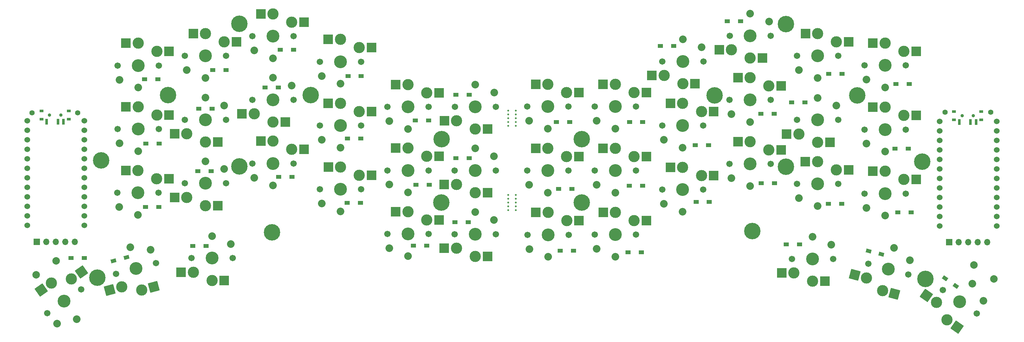
<source format=gbr>
%TF.GenerationSoftware,KiCad,Pcbnew,(6.0.5-0)*%
%TF.CreationDate,2023-01-31T11:57:15-08:00*%
%TF.ProjectId,Swept_3x6,53776570-745f-4337-9836-2e6b69636164,rev?*%
%TF.SameCoordinates,Original*%
%TF.FileFunction,Soldermask,Bot*%
%TF.FilePolarity,Negative*%
%FSLAX46Y46*%
G04 Gerber Fmt 4.6, Leading zero omitted, Abs format (unit mm)*
G04 Created by KiCad (PCBNEW (6.0.5-0)) date 2023-01-31 11:57:15*
%MOMM*%
%LPD*%
G01*
G04 APERTURE LIST*
G04 Aperture macros list*
%AMRotRect*
0 Rectangle, with rotation*
0 The origin of the aperture is its center*
0 $1 length*
0 $2 width*
0 $3 Rotation angle, in degrees counterclockwise*
0 Add horizontal line*
21,1,$1,$2,0,0,$3*%
G04 Aperture macros list end*
%ADD10C,4.400000*%
%ADD11C,1.524000*%
%ADD12C,1.701800*%
%ADD13C,3.000000*%
%ADD14C,3.429000*%
%ADD15C,2.032000*%
%ADD16R,2.600000X2.600000*%
%ADD17RotRect,2.600000X2.600000X165.000000*%
%ADD18C,0.500000*%
%ADD19C,2.000000*%
%ADD20RotRect,2.600000X2.600000X195.000000*%
%ADD21RotRect,2.600000X2.600000X145.000000*%
%ADD22C,1.397000*%
%ADD23RotRect,2.600000X2.600000X35.000000*%
%ADD24O,1.700000X1.700000*%
%ADD25R,1.700000X1.700000*%
%ADD26R,1.400000X1.000000*%
%ADD27R,1.000000X0.800000*%
%ADD28C,0.900000*%
%ADD29R,0.700000X1.500000*%
%ADD30RotRect,1.400000X1.000000X145.000000*%
%ADD31RotRect,1.400000X1.000000X165.000000*%
%ADD32RotRect,1.400000X1.000000X15.000000*%
G04 APERTURE END LIST*
D10*
%TO.C,*%
X166830000Y-54630000D03*
%TD*%
%TO.C,*%
X166820000Y-71570000D03*
%TD*%
%TO.C,*%
X129320000Y-71540000D03*
%TD*%
%TO.C,*%
X129350000Y-54610000D03*
%TD*%
D11*
%TO.C,U1*%
X277659800Y-49850000D03*
X277659800Y-52390000D03*
X277659800Y-54930000D03*
X277659800Y-57470000D03*
X277659800Y-60010000D03*
X277659800Y-62550000D03*
X277659800Y-65090000D03*
X277659800Y-67630000D03*
X277659800Y-70170000D03*
X277659800Y-72710000D03*
X277659800Y-75250000D03*
X277659800Y-77790000D03*
X262439800Y-77790000D03*
X262439800Y-75250000D03*
X262439800Y-72710000D03*
X262439800Y-70170000D03*
X262439800Y-67630000D03*
X262439800Y-65090000D03*
X262439800Y-62550000D03*
X262439800Y-60010000D03*
X262439800Y-57470000D03*
X262439800Y-54930000D03*
X262439800Y-52390000D03*
X262439800Y-49850000D03*
%TD*%
D12*
%TO.C,SW16*%
X188276600Y-68122800D03*
D13*
X193776600Y-62172800D03*
X198776600Y-64372800D03*
D14*
X193776600Y-68122800D03*
D12*
X199276600Y-68122800D03*
D15*
X193776600Y-74022800D03*
D16*
X190501600Y-62172800D03*
X202051600Y-64372800D03*
D15*
X188776600Y-71922800D03*
%TD*%
D13*
%TO.C,SW20*%
X223473000Y-90389400D03*
D12*
X222973000Y-86639400D03*
D13*
X228473000Y-92589400D03*
D12*
X233973000Y-86639400D03*
D14*
X228473000Y-86639400D03*
D16*
X231748000Y-92589400D03*
D15*
X228473000Y-80739400D03*
X233473000Y-82839400D03*
D16*
X220198000Y-90389400D03*
%TD*%
D13*
%TO.C,SW15*%
X180818800Y-76387000D03*
D12*
X181318800Y-80137000D03*
D13*
X175818800Y-74187000D03*
D14*
X175818800Y-80137000D03*
D12*
X170318800Y-80137000D03*
D15*
X175818800Y-86037000D03*
D16*
X172543800Y-74187000D03*
D15*
X170818800Y-83937000D03*
D16*
X184093800Y-76387000D03*
%TD*%
D13*
%TO.C,SW21*%
X247126027Y-95104459D03*
D14*
X248666000Y-89357200D03*
D12*
X253978592Y-90780705D03*
D13*
X242865799Y-91685327D03*
D12*
X243353408Y-87933695D03*
D15*
X250193032Y-83658238D03*
D17*
X250289434Y-95952091D03*
X239702392Y-90837694D03*
D15*
X254479142Y-86980777D03*
%TD*%
D14*
%TO.C,SW17*%
X211785200Y-61239400D03*
D13*
X216785200Y-57489400D03*
D12*
X217285200Y-61239400D03*
D13*
X211785200Y-55289400D03*
D12*
X206285200Y-61239400D03*
D15*
X211785200Y-67139400D03*
D16*
X208510200Y-55289400D03*
X220060200Y-57489400D03*
D15*
X206785200Y-65039400D03*
%TD*%
D14*
%TO.C,SW18*%
X229793800Y-66598800D03*
D12*
X224293800Y-66598800D03*
X235293800Y-66598800D03*
D13*
X229793800Y-60648800D03*
X234793800Y-62848800D03*
D15*
X229793800Y-72498800D03*
D16*
X226518800Y-60648800D03*
X238068800Y-62848800D03*
D15*
X224793800Y-70398800D03*
%TD*%
D14*
%TO.C,SW4*%
X193802000Y-33883600D03*
D13*
X193802000Y-39833600D03*
X188802000Y-37633600D03*
D12*
X199302000Y-33883600D03*
X188302000Y-33883600D03*
D16*
X197077000Y-39833600D03*
D15*
X193802000Y-27983600D03*
D16*
X185527000Y-37633600D03*
D15*
X198802000Y-30083600D03*
%TD*%
D14*
%TO.C,SW3*%
X175793400Y-45923200D03*
D12*
X181293400Y-45923200D03*
D13*
X180793400Y-42173200D03*
D12*
X170293400Y-45923200D03*
D13*
X175793400Y-39973200D03*
D15*
X175793400Y-51823200D03*
D16*
X172518400Y-39973200D03*
D15*
X170793400Y-49723200D03*
D16*
X184068400Y-42173200D03*
%TD*%
D12*
%TO.C,SW9*%
X170293400Y-63017400D03*
D13*
X180793400Y-59267400D03*
D12*
X181293400Y-63017400D03*
D13*
X175793400Y-57067400D03*
D14*
X175793400Y-63017400D03*
D15*
X175793400Y-68917400D03*
D16*
X172518400Y-57067400D03*
X184068400Y-59267400D03*
D15*
X170793400Y-66817400D03*
%TD*%
D13*
%TO.C,SW14*%
X157810200Y-74212400D03*
D14*
X157810200Y-80162400D03*
D12*
X152310200Y-80162400D03*
X163310200Y-80162400D03*
D13*
X162810200Y-76412400D03*
D16*
X154535200Y-74212400D03*
D15*
X157810200Y-86062400D03*
D16*
X166085200Y-76412400D03*
D15*
X152810200Y-83962400D03*
%TD*%
D12*
%TO.C,SW12*%
X224293800Y-49479200D03*
D13*
X229793800Y-55429200D03*
D12*
X235293800Y-49479200D03*
D13*
X224793800Y-53229200D03*
D14*
X229793800Y-49479200D03*
D16*
X233068800Y-55429200D03*
D15*
X229793800Y-43579200D03*
X234793800Y-45679200D03*
D16*
X221518800Y-53229200D03*
%TD*%
D13*
%TO.C,SW11*%
X211785200Y-38169800D03*
D12*
X206285200Y-44119800D03*
X217285200Y-44119800D03*
D14*
X211785200Y-44119800D03*
D13*
X216785200Y-40369800D03*
D15*
X211785200Y-50019800D03*
D16*
X208510200Y-38169800D03*
D15*
X206785200Y-47919800D03*
D16*
X220060200Y-40369800D03*
%TD*%
D13*
%TO.C,SW8*%
X162784800Y-59292800D03*
D12*
X152284800Y-63042800D03*
D13*
X157784800Y-57092800D03*
D14*
X157784800Y-63042800D03*
D12*
X163284800Y-63042800D03*
D16*
X154509800Y-57092800D03*
D15*
X157784800Y-68942800D03*
D16*
X166059800Y-59292800D03*
D15*
X152784800Y-66842800D03*
%TD*%
D13*
%TO.C,SW6*%
X234819200Y-28609600D03*
X229819200Y-26409600D03*
D12*
X235319200Y-32359600D03*
D14*
X229819200Y-32359600D03*
D12*
X224319200Y-32359600D03*
D16*
X226544200Y-26409600D03*
D15*
X229819200Y-38259600D03*
D16*
X238094200Y-28609600D03*
D15*
X224819200Y-36159600D03*
%TD*%
D14*
%TO.C,SW5*%
X211810600Y-27025600D03*
D12*
X217310600Y-27025600D03*
D13*
X206810600Y-30775600D03*
D12*
X206310600Y-27025600D03*
D13*
X211810600Y-32975600D03*
D15*
X211810600Y-21125600D03*
D16*
X215085600Y-32975600D03*
X203535600Y-30775600D03*
D15*
X216810600Y-23225600D03*
%TD*%
D13*
%TO.C,SW2*%
X157784800Y-39973200D03*
D12*
X163284800Y-45923200D03*
D14*
X157784800Y-45923200D03*
D12*
X152284800Y-45923200D03*
D13*
X162784800Y-42173200D03*
D16*
X154509800Y-39973200D03*
D15*
X157784800Y-51823200D03*
X152784800Y-49723200D03*
D16*
X166059800Y-42173200D03*
%TD*%
D18*
%TO.C,mouse-bite-2mm-slot*%
X147142200Y-51079400D03*
X147142200Y-48031400D03*
X147142200Y-49047400D03*
X149174200Y-48031400D03*
X149174200Y-49047400D03*
X147142200Y-50063400D03*
X149174200Y-50063400D03*
X149174200Y-51079400D03*
X149174200Y-47015400D03*
X147142200Y-47015400D03*
%TD*%
%TO.C,mouse-bite-2mm-slot*%
X149199600Y-73583800D03*
X149199600Y-70535800D03*
X147167600Y-70535800D03*
X147167600Y-73583800D03*
X147167600Y-71551800D03*
X149199600Y-71551800D03*
X149199600Y-72567800D03*
X147167600Y-69519800D03*
X147167600Y-72567800D03*
X149199600Y-69519800D03*
%TD*%
D19*
%TO.C,RSW1*%
X276852244Y-91994123D03*
X271527756Y-88265877D03*
%TD*%
D12*
%TO.C,SW10*%
X188276600Y-51003200D03*
X199276600Y-51003200D03*
D13*
X193776600Y-45053200D03*
X198776600Y-47253200D03*
D14*
X193776600Y-51003200D03*
D16*
X190501600Y-45053200D03*
D15*
X193776600Y-56903200D03*
D16*
X202051600Y-47253200D03*
D15*
X188776600Y-54803200D03*
%TD*%
D10*
%TO.C,REF\u002A\u002A*%
X240352000Y-42936000D03*
X202252000Y-42936000D03*
X221302000Y-23886000D03*
X221302000Y-61986000D03*
%TD*%
D11*
%TO.C,U2*%
X33942000Y-49722800D03*
X33942000Y-52262800D03*
X33942000Y-54802800D03*
X33942000Y-57342800D03*
X33942000Y-59882800D03*
X33942000Y-62422800D03*
X33942000Y-64962800D03*
X33942000Y-67502800D03*
X33942000Y-70042800D03*
X33942000Y-72582800D03*
X33942000Y-75122800D03*
X33942000Y-77662800D03*
X18722000Y-77662800D03*
X18722000Y-75122800D03*
X18722000Y-72582800D03*
X18722000Y-70042800D03*
X18722000Y-67502800D03*
X18722000Y-64962800D03*
X18722000Y-62422800D03*
X18722000Y-59882800D03*
X18722000Y-57342800D03*
X18722000Y-54802800D03*
X18722000Y-52262800D03*
X18722000Y-49722800D03*
%TD*%
D12*
%TO.C,SW17_r1*%
X89878800Y-61112400D03*
X78878800Y-61112400D03*
D13*
X89378800Y-57362400D03*
X84378800Y-55162400D03*
D14*
X84378800Y-61112400D03*
D16*
X81103800Y-55162400D03*
D15*
X84378800Y-67012400D03*
X79378800Y-64912400D03*
D16*
X92653800Y-57362400D03*
%TD*%
D12*
%TO.C,SW11_r1*%
X89853400Y-44119800D03*
X78853400Y-44119800D03*
D13*
X79353400Y-47869800D03*
D14*
X84353400Y-44119800D03*
D13*
X84353400Y-50069800D03*
D15*
X84353400Y-38219800D03*
D16*
X87628400Y-50069800D03*
X76078400Y-47869800D03*
D15*
X89353400Y-40319800D03*
%TD*%
D12*
%TO.C,SW15_r1*%
X114896000Y-79959200D03*
D13*
X120396000Y-74009200D03*
D14*
X120396000Y-79959200D03*
D12*
X125896000Y-79959200D03*
D13*
X125396000Y-76209200D03*
D15*
X120396000Y-85859200D03*
D16*
X117121000Y-74009200D03*
D15*
X115396000Y-83759200D03*
D16*
X128671000Y-76209200D03*
%TD*%
D12*
%TO.C,SW18_r1*%
X60844800Y-66421000D03*
D13*
X66344800Y-72371000D03*
D14*
X66344800Y-66421000D03*
D12*
X71844800Y-66421000D03*
D13*
X61344800Y-70171000D03*
D15*
X66344800Y-60521000D03*
D16*
X69619800Y-72371000D03*
D15*
X71344800Y-62621000D03*
D16*
X58069800Y-70171000D03*
%TD*%
D12*
%TO.C,SW6_r1*%
X60844800Y-32359600D03*
D13*
X71344800Y-28609600D03*
X66344800Y-26409600D03*
D12*
X71844800Y-32359600D03*
D14*
X66344800Y-32359600D03*
D15*
X66344800Y-38259600D03*
D16*
X63069800Y-26409600D03*
X74619800Y-28609600D03*
D15*
X61344800Y-36159600D03*
%TD*%
D12*
%TO.C,SW5_r1*%
X78878800Y-27101800D03*
X89878800Y-27101800D03*
D13*
X89378800Y-23351800D03*
D14*
X84378800Y-27101800D03*
D13*
X84378800Y-21151800D03*
D15*
X84378800Y-33001800D03*
D16*
X81103800Y-21151800D03*
D15*
X79378800Y-30901800D03*
D16*
X92653800Y-23351800D03*
%TD*%
D12*
%TO.C,SW2_r1*%
X143904600Y-45974000D03*
D13*
X138404600Y-51924000D03*
X133404600Y-49724000D03*
D12*
X132904600Y-45974000D03*
D14*
X138404600Y-45974000D03*
D15*
X138404600Y-40074000D03*
D16*
X141679600Y-51924000D03*
D15*
X143404600Y-42174000D03*
D16*
X130129600Y-49724000D03*
%TD*%
D12*
%TO.C,SW16_r1*%
X96912800Y-67995800D03*
D13*
X102412800Y-62045800D03*
D14*
X102412800Y-67995800D03*
D12*
X107912800Y-67995800D03*
D13*
X107412800Y-64245800D03*
D15*
X102412800Y-73895800D03*
D16*
X99137800Y-62045800D03*
X110687800Y-64245800D03*
D15*
X97412800Y-71795800D03*
%TD*%
D14*
%TO.C,SW4_r1*%
X102387400Y-33934400D03*
D13*
X107387400Y-30184400D03*
X102387400Y-27984400D03*
D12*
X96887400Y-33934400D03*
X107887400Y-33934400D03*
D16*
X99112400Y-27984400D03*
D15*
X102387400Y-39834400D03*
X97387400Y-37734400D03*
D16*
X110662400Y-30184400D03*
%TD*%
D13*
%TO.C,SW13_r1*%
X48336200Y-45993000D03*
D12*
X53836200Y-51943000D03*
D13*
X53336200Y-48193000D03*
D12*
X42836200Y-51943000D03*
D14*
X48336200Y-51943000D03*
D16*
X45061200Y-45993000D03*
D15*
X48336200Y-57843000D03*
D16*
X56611200Y-48193000D03*
D15*
X43336200Y-55743000D03*
%TD*%
D13*
%TO.C,SW12_r1*%
X66344800Y-55378400D03*
D12*
X71844800Y-49428400D03*
X60844800Y-49428400D03*
D14*
X66344800Y-49428400D03*
D13*
X61344800Y-53178400D03*
D15*
X66344800Y-43528400D03*
D16*
X69619800Y-55378400D03*
X58069800Y-53178400D03*
D15*
X71344800Y-45628400D03*
%TD*%
D12*
%TO.C,SW3_r1*%
X114896000Y-45974000D03*
D14*
X120396000Y-45974000D03*
D12*
X125896000Y-45974000D03*
D13*
X125396000Y-42224000D03*
X120396000Y-40024000D03*
D16*
X117121000Y-40024000D03*
D15*
X120396000Y-51874000D03*
D16*
X128671000Y-42224000D03*
D15*
X115396000Y-49774000D03*
%TD*%
D12*
%TO.C,SW8_r1*%
X143879200Y-62966600D03*
D14*
X138379200Y-62966600D03*
D12*
X132879200Y-62966600D03*
D13*
X133379200Y-66716600D03*
X138379200Y-68916600D03*
D15*
X138379200Y-57066600D03*
D16*
X141654200Y-68916600D03*
D15*
X143379200Y-59166600D03*
D16*
X130104200Y-66716600D03*
%TD*%
D14*
%TO.C,SW21_r1*%
X47777400Y-89154000D03*
D13*
X49317373Y-94901259D03*
D12*
X42464808Y-90577505D03*
D13*
X43918342Y-94070317D03*
D12*
X53089992Y-87730495D03*
D20*
X52480780Y-94053626D03*
D15*
X46250368Y-83455038D03*
D20*
X40754935Y-94917949D03*
D15*
X51623517Y-84189387D03*
%TD*%
D12*
%TO.C,SW9_r1*%
X125896000Y-62966600D03*
D13*
X120396000Y-57016600D03*
D12*
X114896000Y-62966600D03*
D14*
X120396000Y-62966600D03*
D13*
X125396000Y-59216600D03*
D16*
X117121000Y-57016600D03*
D15*
X120396000Y-68866600D03*
X115396000Y-66766600D03*
D16*
X128671000Y-59216600D03*
%TD*%
D13*
%TO.C,SW20_r1*%
X68072000Y-92360800D03*
D12*
X73572000Y-86410800D03*
D13*
X63072000Y-90160800D03*
D14*
X68072000Y-86410800D03*
D12*
X62572000Y-86410800D03*
D15*
X68072000Y-80510800D03*
D16*
X71347000Y-92360800D03*
D15*
X73072000Y-82610800D03*
D16*
X59797000Y-90160800D03*
%TD*%
D14*
%TO.C,SW7_r1*%
X48336200Y-34950400D03*
D13*
X53336200Y-31200400D03*
D12*
X42836200Y-34950400D03*
D13*
X48336200Y-29000400D03*
D12*
X53836200Y-34950400D03*
D16*
X45061200Y-29000400D03*
D15*
X48336200Y-40850400D03*
D16*
X56611200Y-31200400D03*
D15*
X43336200Y-38750400D03*
%TD*%
D10*
%TO.C,REF\u002A\u002A*%
X94407400Y-42878400D03*
X56307400Y-42878400D03*
X75357400Y-61928400D03*
X75357400Y-23828400D03*
%TD*%
D19*
%TO.C,RSW2*%
X26412244Y-87115877D03*
X21087756Y-90844123D03*
%TD*%
D13*
%TO.C,SW13*%
X247827800Y-46094600D03*
D14*
X247827800Y-52044600D03*
D12*
X253327800Y-52044600D03*
D13*
X252827800Y-48294600D03*
D12*
X242327800Y-52044600D03*
D16*
X244552800Y-46094600D03*
D15*
X247827800Y-57944600D03*
X242827800Y-55844600D03*
D16*
X256102800Y-48294600D03*
%TD*%
D10*
%TO.C,*%
X212360000Y-79150000D03*
%TD*%
D14*
%TO.C,SW22*%
X267766800Y-98044000D03*
D12*
X272272136Y-101198670D03*
D13*
X264354020Y-102917955D03*
D12*
X263261464Y-94889330D03*
D13*
X261520128Y-98247938D03*
D15*
X271150901Y-93211003D03*
D21*
X267036743Y-104796417D03*
X258837405Y-96369475D03*
D15*
X274042151Y-97799104D03*
%TD*%
D13*
%TO.C,SW19*%
X252827800Y-65414200D03*
D14*
X247827800Y-69164200D03*
D13*
X247827800Y-63214200D03*
D12*
X242327800Y-69164200D03*
X253327800Y-69164200D03*
D15*
X247827800Y-75064200D03*
D16*
X244552800Y-63214200D03*
D15*
X242827800Y-72964200D03*
D16*
X256102800Y-65414200D03*
%TD*%
D10*
%TO.C,*%
X257750000Y-60620000D03*
%TD*%
D12*
%TO.C,SW19_r1*%
X53810800Y-68961000D03*
X42810800Y-68961000D03*
D13*
X53310800Y-65211000D03*
D14*
X48310800Y-68961000D03*
D13*
X48310800Y-63011000D03*
D16*
X45035800Y-63011000D03*
D15*
X48310800Y-74861000D03*
X43310800Y-72761000D03*
D16*
X56585800Y-65211000D03*
%TD*%
D10*
%TO.C,*%
X37450000Y-91600000D03*
%TD*%
D22*
%TO.C,Bat+1*%
X263855200Y-47396400D03*
%TD*%
D13*
%TO.C,SW10_r1*%
X102387400Y-45027800D03*
D12*
X96887400Y-50977800D03*
X107887400Y-50977800D03*
D13*
X107387400Y-47227800D03*
D14*
X102387400Y-50977800D03*
D16*
X99112400Y-45027800D03*
D15*
X102387400Y-56877800D03*
X97387400Y-54777800D03*
D16*
X110662400Y-47227800D03*
%TD*%
D12*
%TO.C,SW22_r1*%
X24079200Y-101066600D03*
D13*
X30529385Y-91972228D03*
X25171756Y-93037975D03*
D12*
X33089872Y-94757260D03*
D14*
X28584536Y-97911930D03*
D23*
X22489033Y-94916438D03*
D15*
X31968637Y-102744927D03*
D23*
X33212108Y-90093765D03*
D15*
X26668366Y-103892590D03*
%TD*%
D22*
%TO.C,BatGND1*%
X275996400Y-47447200D03*
%TD*%
%TO.C,Bat+r1*%
X20040600Y-47574200D03*
%TD*%
D10*
%TO.C,*%
X258610000Y-91950000D03*
%TD*%
D24*
%TO.C,J1*%
X275125000Y-82180000D03*
X272585000Y-82180000D03*
X270045000Y-82180000D03*
X267505000Y-82180000D03*
D25*
X264965000Y-82180000D03*
%TD*%
D10*
%TO.C,*%
X38450000Y-60260000D03*
%TD*%
D13*
%TO.C,SW14_r1*%
X133379200Y-83734600D03*
D14*
X138379200Y-79984600D03*
D12*
X143879200Y-79984600D03*
D13*
X138379200Y-85934600D03*
D12*
X132879200Y-79984600D03*
D16*
X141654200Y-85934600D03*
D15*
X138379200Y-74084600D03*
D16*
X130104200Y-83734600D03*
D15*
X143379200Y-76184600D03*
%TD*%
D12*
%TO.C,SW7*%
X242327800Y-34925000D03*
X253327800Y-34925000D03*
D14*
X247827800Y-34925000D03*
D13*
X247827800Y-28975000D03*
X252827800Y-31175000D03*
D15*
X247827800Y-40825000D03*
D16*
X244552800Y-28975000D03*
X256102800Y-31175000D03*
D15*
X242827800Y-38725000D03*
%TD*%
D10*
%TO.C,*%
X84080000Y-79480000D03*
%TD*%
D25*
%TO.C,J2*%
X21230000Y-82090000D03*
D24*
X23770000Y-82090000D03*
X26310000Y-82090000D03*
X28850000Y-82090000D03*
X31390000Y-82090000D03*
%TD*%
D22*
%TO.C,BatGND4*%
X32207200Y-47625000D03*
%TD*%
D26*
%TO.C,D7*%
X183054800Y-67081400D03*
X179504800Y-67081400D03*
%TD*%
%TO.C,D18*%
X224987200Y-82727800D03*
X221437200Y-82727800D03*
%TD*%
%TO.C,Dr16*%
X64315800Y-63195200D03*
X67865800Y-63195200D03*
%TD*%
%TO.C,Dr6*%
X133172200Y-59690000D03*
X136722200Y-59690000D03*
%TD*%
%TO.C,Dr15*%
X85905800Y-64693800D03*
X89455800Y-64693800D03*
%TD*%
%TO.C,Dr3*%
X86312200Y-30759400D03*
X89862200Y-30759400D03*
%TD*%
%TO.C,Dr18*%
X62915800Y-83159600D03*
X66465800Y-83159600D03*
%TD*%
%TO.C,Dr9*%
X82197400Y-40843200D03*
X85747400Y-40843200D03*
%TD*%
%TO.C,D11*%
X254044800Y-57124600D03*
X250494800Y-57124600D03*
%TD*%
%TO.C,D17*%
X254781400Y-74193400D03*
X251231400Y-74193400D03*
%TD*%
%TO.C,D15*%
X218281600Y-66421000D03*
X214731600Y-66421000D03*
%TD*%
%TO.C,D2*%
X191335200Y-29692600D03*
X187785200Y-29692600D03*
%TD*%
%TO.C,Dr4*%
X68252800Y-36169600D03*
X71802800Y-36169600D03*
%TD*%
%TO.C,D13*%
X182750000Y-84861400D03*
X179200000Y-84861400D03*
%TD*%
%TO.C,Dr10*%
X64519000Y-46456600D03*
X68069000Y-46456600D03*
%TD*%
D27*
%TO.C,SW_POWER1*%
X273525000Y-47228800D03*
X266225000Y-49438800D03*
D28*
X268375000Y-48328800D03*
D27*
X273525000Y-49438800D03*
X266225000Y-47228800D03*
D28*
X271375000Y-48328800D03*
D29*
X267625000Y-50088800D03*
X270625000Y-50088800D03*
X272125000Y-50088800D03*
%TD*%
D26*
%TO.C,D6*%
X164157200Y-67894200D03*
X160607200Y-67894200D03*
%TD*%
%TO.C,D3*%
X209191400Y-23139400D03*
X205641400Y-23139400D03*
%TD*%
%TO.C,Dr11*%
X50396600Y-55829200D03*
X53946600Y-55829200D03*
%TD*%
%TO.C,Dr2*%
X104371600Y-37769800D03*
X107921600Y-37769800D03*
%TD*%
D30*
%TO.C,D20*%
X266737790Y-93806396D03*
X263829800Y-91770200D03*
%TD*%
D26*
%TO.C,D16*%
X236239400Y-71907400D03*
X232689400Y-71907400D03*
%TD*%
%TO.C,Dr0*%
X133172200Y-42773600D03*
X136722200Y-42773600D03*
%TD*%
%TO.C,Dr20*%
X30450000Y-86350000D03*
X34000000Y-86350000D03*
%TD*%
%TO.C,Dr7*%
X122532600Y-66802000D03*
X126082600Y-66802000D03*
%TD*%
%TO.C,Dr5*%
X50066400Y-38633400D03*
X53616400Y-38633400D03*
%TD*%
%TO.C,Dr12*%
X132943600Y-76835000D03*
X136493600Y-76835000D03*
%TD*%
D31*
%TO.C,D19*%
X246837236Y-85399208D03*
X243408200Y-84480400D03*
%TD*%
D26*
%TO.C,Dr1*%
X122380200Y-49657000D03*
X125930200Y-49657000D03*
%TD*%
D27*
%TO.C,SW_POWERR1*%
X22512000Y-47101800D03*
D28*
X27662000Y-48201800D03*
D27*
X29812000Y-47101800D03*
D28*
X24662000Y-48201800D03*
D27*
X22512000Y-49311800D03*
X29812000Y-49311800D03*
D29*
X23912000Y-49961800D03*
X26912000Y-49961800D03*
X28412000Y-49961800D03*
%TD*%
D26*
%TO.C,Dr14*%
X104193800Y-71602600D03*
X107743800Y-71602600D03*
%TD*%
%TO.C,D10*%
X226409600Y-44831000D03*
X222859600Y-44831000D03*
%TD*%
%TO.C,D9*%
X218230800Y-47828200D03*
X214680800Y-47828200D03*
%TD*%
%TO.C,Dr13*%
X121872200Y-83083400D03*
X125422200Y-83083400D03*
%TD*%
%TO.C,D12*%
X164639800Y-84455000D03*
X161089800Y-84455000D03*
%TD*%
%TO.C,D4*%
X236315600Y-37160200D03*
X232765600Y-37160200D03*
%TD*%
%TO.C,D0*%
X163623800Y-50088800D03*
X160073800Y-50088800D03*
%TD*%
%TO.C,D14*%
X200885600Y-71424800D03*
X197335600Y-71424800D03*
%TD*%
%TO.C,Dr8*%
X104244600Y-54483000D03*
X107794600Y-54483000D03*
%TD*%
D32*
%TO.C,Dr19*%
X41783000Y-87096600D03*
X45212036Y-86177792D03*
%TD*%
D26*
%TO.C,D5*%
X254273400Y-39928800D03*
X250723400Y-39928800D03*
%TD*%
%TO.C,Dr17*%
X50320400Y-72771000D03*
X53870400Y-72771000D03*
%TD*%
%TO.C,D1*%
X183105600Y-50088800D03*
X179555600Y-50088800D03*
%TD*%
%TO.C,D8*%
X200704800Y-56261000D03*
X197154800Y-56261000D03*
%TD*%
M02*

</source>
